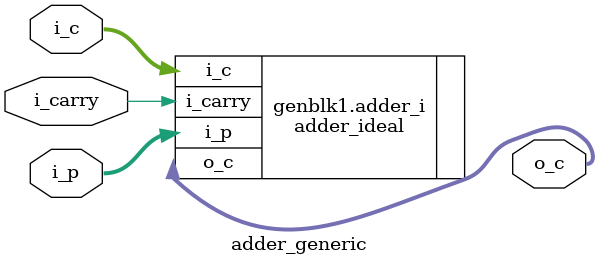
<source format=sv>


// https://solderpad.org/licenses/SHL-2.1/

// Unless required by applicable law or agreed to in writing, any work
// distributed under the License is distributed on an “AS IS” BASIS, WITHOUT
// WARRANTIES OR CONDITIONS OF ANY KIND, either express or implied. See the
// License for the specific language governing permissions and limitations
// under the License.

//
// Jordi Fornt <jfornt@bsc.es>

// ----------
// MACROS
// ----------

// --------------------
// MODULE DECLARATION
// --------------------

module adder_generic #(
    parameter ADD_TYPE = 0,
    parameter A_APPROX = 0,
    parameter AA_APPROX = 0,
    parameter IP_W = 16,
    parameter OC_W = 16
)(
	// Data Inputs
    input  logic [IP_W-1:0]   	i_p,
    input  logic [OC_W-1:0]		i_c,
    input  logic                i_carry,
		
	// Data Outputs 
	output logic [OC_W-1:0]  	o_c 	// MAC output
);

// ------------------------
// CONDITIONAL GENERATION
// ------------------------

generate

    // *********************************************************************
    // ADD TYPE 0 => Directly instantiated Exact Adder
    // *********************************************************************

    if (ADD_TYPE == 0) begin

        adder_ideal #(
                .IP_W(IP_W),
                .OC_W(OC_W)
            ) adder_i
                (.i_p		(i_p),
                .i_c		(i_c),
                .i_carry    (i_carry),
                .o_c		(o_c));

    // *************************************************************
    // ADD TYPE 1 => GeAr
    // *************************************************************

    end else if (ADD_TYPE == 1) begin
        
        adder_gear #(
                .R(A_APPROX),
                .P(AA_APPROX),
                .IP_W(IP_W),
                .OC_W(OC_W)
            ) adder_i
                (.i_p		(i_p),
                .i_c		(i_c),
                .i_carry    (i_carry),
                .o_c		(o_c));

    // *************************************************************
    // ADD TYPE 1 => GeAr-p
    // *************************************************************

    end else if (ADD_TYPE == 2) begin
        
        adder_gear_2c #(
                .R(A_APPROX),
                .P(AA_APPROX),
                .IP_W(IP_W),
                .OC_W(OC_W)
            ) adder_i
                (.i_p		(i_p),
                .i_c		(i_c),
                .i_carry    (i_carry),
                .o_c		(o_c));

    // *************************************************************
    // ADD TYPE 2 => TruA
    // *************************************************************

    end else if (ADD_TYPE == 3) begin
        
        adder_trua #(
                .A_APPROX(A_APPROX),
                .IP_W(IP_W),
                .OC_W(OC_W)
            ) adder_i
                (.i_p		(i_p),
                .i_c		(i_c),
                .i_carry    (i_carry),
                .o_c		(o_c));

    // *************************************************************
    // ADD TYPE 3 => TruA-H
    // *************************************************************

    end else if (ADD_TYPE == 4) begin
        
        adder_truah #(
                .A_APPROX(A_APPROX),
                .IP_W(IP_W),
                .OC_W(OC_W)
            ) adder_i
                (.i_p		(i_p),
                .i_c		(i_c),
                .i_carry    (i_carry),
                .o_c		(o_c));

    // *************************************************************
    // ADD TYPE 4 => LOA
    // *************************************************************

    end else if (ADD_TYPE == 5) begin
        
        adder_loa #(
                .A_APPROX(A_APPROX),
                .IP_W(IP_W),
                .OC_W(OC_W)
            ) adder_i
                (.i_p		(i_p),
                .i_c		(i_c),
                .i_carry    (i_carry),
                .o_c		(o_c));

    end

endgenerate

endmodule

</source>
